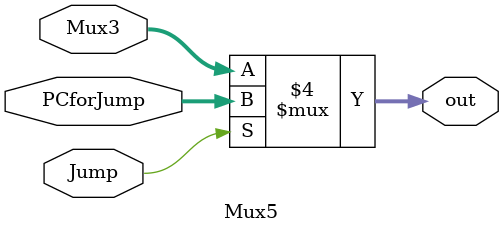
<source format=v>
`timescale 1ns / 1ps


module Mux5(input [31:0]PCforJump,input [31:0]Mux3,input Jump,output reg[31:0] out);
always@(PCforJump or Mux3)begin
if(Jump == 1'b1)out <= PCforJump;
else out <= Mux3;
end
endmodule

</source>
